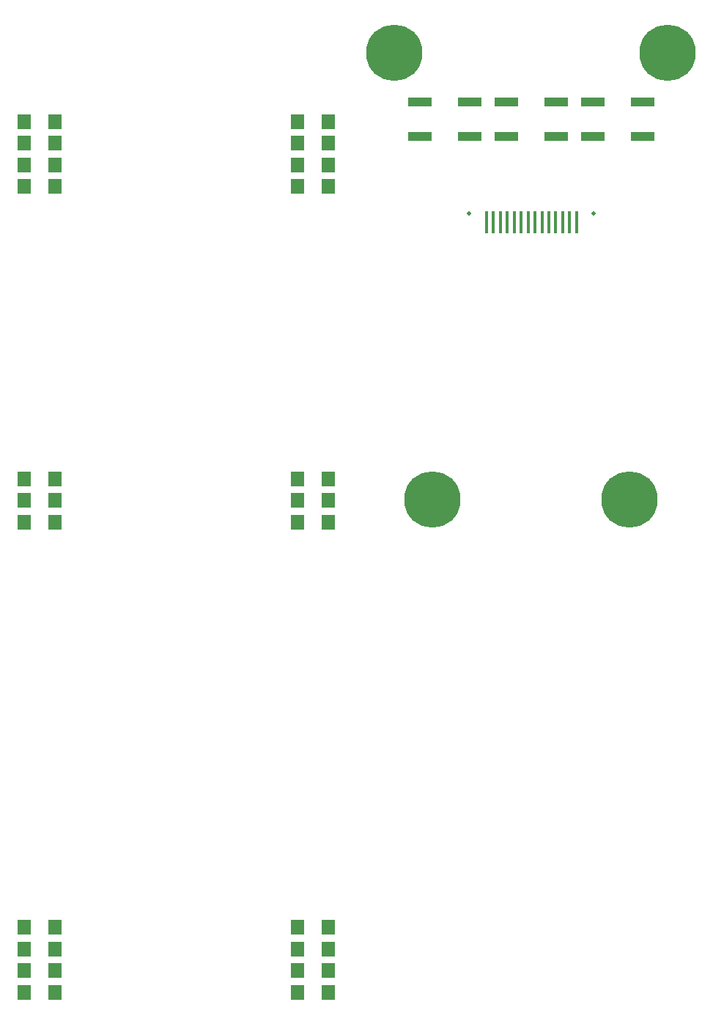
<source format=gbp>
G04 #@! TF.GenerationSoftware,KiCad,Pcbnew,(6.0.0-rc1-dev-509-gcac7479)*
G04 #@! TF.CreationDate,2018-10-23T14:14:01+08:00*
G04 #@! TF.ProjectId,DI-Lambda-UNO-Panelized-v1.7,44492D4C616D6264612D554E4F2D5061,rev?*
G04 #@! TF.SameCoordinates,Original*
G04 #@! TF.FileFunction,Paste,Bot*
G04 #@! TF.FilePolarity,Positive*
%FSLAX46Y46*%
G04 Gerber Fmt 4.6, Leading zero omitted, Abs format (unit mm)*
G04 Created by KiCad (PCBNEW (6.0.0-rc1-dev-509-gcac7479)) date Tue Oct 23 14:14:01 2018*
%MOMM*%
%LPD*%
G01*
G04 APERTURE LIST*
%ADD10R,1.600000X1.700000*%
%ADD11R,2.750000X1.000000*%
%ADD12C,6.500000*%
%ADD13C,0.500000*%
%ADD14R,0.400000X2.500000*%
G04 APERTURE END LIST*
D10*
G04 #@! TO.C,J111*
X130100000Y-54250000D03*
X130100000Y-51750000D03*
X130100000Y-49250000D03*
X130100000Y-56750000D03*
X133700000Y-49250000D03*
X133700000Y-56750000D03*
X133700000Y-54250000D03*
X133700000Y-51750000D03*
G04 #@! TD*
G04 #@! TO.C,J103*
X98500000Y-54250000D03*
X98500000Y-51750000D03*
X98500000Y-49250000D03*
X98500000Y-56750000D03*
X102100000Y-49250000D03*
X102100000Y-56750000D03*
X102100000Y-54250000D03*
X102100000Y-51750000D03*
G04 #@! TD*
G04 #@! TO.C,J104*
X130100000Y-147250000D03*
X130100000Y-144750000D03*
X130100000Y-142250000D03*
X130100000Y-149750000D03*
X133700000Y-142250000D03*
X133700000Y-149750000D03*
X133700000Y-147250000D03*
X133700000Y-144750000D03*
G04 #@! TD*
G04 #@! TO.C,J110*
X98500000Y-147250000D03*
X98500000Y-144750000D03*
X98500000Y-142250000D03*
X98500000Y-149750000D03*
X102100000Y-142250000D03*
X102100000Y-149750000D03*
X102100000Y-147250000D03*
X102100000Y-144750000D03*
G04 #@! TD*
G04 #@! TO.C,J108*
X133700000Y-95500000D03*
X133700000Y-93000000D03*
X133700000Y-90500000D03*
X130100000Y-95500000D03*
X130100000Y-90500000D03*
X130100000Y-93000000D03*
G04 #@! TD*
G04 #@! TO.C,J109*
X102100000Y-95500000D03*
X102100000Y-93000000D03*
X102100000Y-90500000D03*
X98500000Y-95500000D03*
X98500000Y-90500000D03*
X98500000Y-93000000D03*
G04 #@! TD*
D11*
G04 #@! TO.C,SW203*
X144225000Y-47000000D03*
X149975000Y-47000000D03*
X149975000Y-51000000D03*
X144225000Y-51000000D03*
G04 #@! TD*
G04 #@! TO.C,SW202*
X164225000Y-47000000D03*
X169975000Y-47000000D03*
X169975000Y-51000000D03*
X164225000Y-51000000D03*
G04 #@! TD*
G04 #@! TO.C,SW201*
X154225000Y-47000000D03*
X159975000Y-47000000D03*
X159975000Y-51000000D03*
X154225000Y-51000000D03*
G04 #@! TD*
D12*
G04 #@! TO.C,MK205*
X172900000Y-41300000D03*
G04 #@! TD*
G04 #@! TO.C,MK204*
X141300000Y-41300000D03*
G04 #@! TD*
G04 #@! TO.C,MK203*
X145700000Y-92900000D03*
G04 #@! TD*
G04 #@! TO.C,MK202*
X168500000Y-92900000D03*
G04 #@! TD*
D13*
G04 #@! TO.C,U201*
X149950000Y-59900000D03*
X164350000Y-59900000D03*
D14*
X162350000Y-60900000D03*
X161550000Y-60900000D03*
X160750000Y-60900000D03*
X159950000Y-60900000D03*
X159150000Y-60900000D03*
X158350000Y-60900000D03*
X157550000Y-60900000D03*
X156750000Y-60900000D03*
X155950000Y-60900000D03*
X155150000Y-60900000D03*
X154350000Y-60900000D03*
X153550000Y-60900000D03*
X152750000Y-60900000D03*
X151950000Y-60900000D03*
G04 #@! TD*
M02*

</source>
